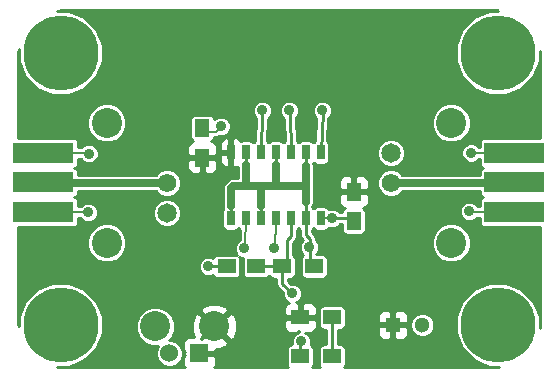
<source format=gbr>
G04 #@! TF.FileFunction,Copper,L1,Top,Signal*
%FSLAX46Y46*%
G04 Gerber Fmt 4.6, Leading zero omitted, Abs format (unit mm)*
G04 Created by KiCad (PCBNEW (after 2015-mar-04 BZR unknown)-product) date 9/5/2017 9:59:39 AM*
%MOMM*%
G01*
G04 APERTURE LIST*
%ADD10C,0.150000*%
%ADD11C,2.540000*%
%ADD12R,0.635000X1.270000*%
%ADD13C,6.350000*%
%ADD14C,1.574800*%
%ADD15C,1.651000*%
%ADD16R,1.524000X1.524000*%
%ADD17C,1.524000*%
%ADD18R,1.300000X1.300000*%
%ADD19C,1.300000*%
%ADD20R,1.500000X1.250000*%
%ADD21R,1.250000X1.500000*%
%ADD22R,1.500000X1.300000*%
%ADD23R,5.080000X1.750000*%
%ADD24C,0.889000*%
%ADD25C,0.254000*%
%ADD26C,0.203200*%
%ADD27C,0.635000*%
G04 APERTURE END LIST*
D10*
D11*
X17018000Y-27178000D03*
X12018000Y-27178000D03*
D12*
X18415000Y-18034000D03*
X19685000Y-18034000D03*
X20955000Y-18034000D03*
X22225000Y-18034000D03*
X23495000Y-18034000D03*
X24765000Y-18034000D03*
X26035000Y-18034000D03*
X26035000Y-12446000D03*
X24765000Y-12446000D03*
X23495000Y-12446000D03*
X22225000Y-12446000D03*
X20955000Y-12446000D03*
X19685000Y-12446000D03*
X18415000Y-12446000D03*
D13*
X4000000Y-27030000D03*
X41000000Y-4030000D03*
X4000000Y-4030000D03*
D14*
X13000000Y-15030000D03*
D15*
X13000000Y-17570000D03*
D11*
X7920000Y-20110000D03*
X7920000Y-9950000D03*
D13*
X41000000Y-27030000D03*
D14*
X32000000Y-15030000D03*
D15*
X32000000Y-12490000D03*
D11*
X37080000Y-9950000D03*
X37080000Y-20110000D03*
D16*
X15748000Y-29464000D03*
D17*
X13208000Y-29464000D03*
D18*
X32131000Y-27051000D03*
D19*
X34631000Y-27051000D03*
D20*
X20554000Y-22098000D03*
X18054000Y-22098000D03*
D21*
X16000000Y-12880000D03*
X16000000Y-10380000D03*
X28829000Y-15768000D03*
X28829000Y-18268000D03*
D22*
X27004000Y-29718000D03*
X24304000Y-29718000D03*
X22780000Y-22098000D03*
X25480000Y-22098000D03*
X24304000Y-26416000D03*
X27004000Y-26416000D03*
D23*
X2540000Y-12486000D03*
X2540000Y-17486000D03*
X2540000Y-14986000D03*
X42418000Y-17486000D03*
X42418000Y-12486000D03*
X42418000Y-14986000D03*
D24*
X24384000Y-28448000D03*
X17600000Y-10230000D03*
X16510000Y-22098000D03*
X27000000Y-18030000D03*
X6400800Y-12547600D03*
X6350000Y-17526000D03*
X38760400Y-12471400D03*
X38608000Y-17424400D03*
X23622000Y-24384000D03*
X25069800Y-20472400D03*
X22098000Y-20574000D03*
X19558000Y-20574000D03*
X26162000Y-8890000D03*
X23368000Y-8890000D03*
X21082000Y-8890000D03*
D25*
X24304000Y-29718000D02*
X24304000Y-28528000D01*
X24304000Y-28528000D02*
X24384000Y-28448000D01*
D26*
X17152500Y-10677500D02*
X17600000Y-10230000D01*
X16000000Y-10677500D02*
X17152500Y-10677500D01*
D25*
X18351500Y-22098000D02*
X16510000Y-22098000D01*
D26*
X26996000Y-18034000D02*
X27000000Y-18030000D01*
X26996000Y-18034000D02*
X26035000Y-18034000D01*
D25*
X27059500Y-17970500D02*
X27000000Y-18030000D01*
X28829000Y-17970500D02*
X27059500Y-17970500D01*
D26*
X6339200Y-12486000D02*
X6400800Y-12547600D01*
X2540000Y-12486000D02*
X6339200Y-12486000D01*
X6310000Y-17486000D02*
X6350000Y-17526000D01*
X2540000Y-17486000D02*
X6310000Y-17486000D01*
X38775000Y-12486000D02*
X38760400Y-12471400D01*
X42418000Y-12486000D02*
X38775000Y-12486000D01*
X38669600Y-17486000D02*
X38608000Y-17424400D01*
X42418000Y-17486000D02*
X38669600Y-17486000D01*
D25*
X22780000Y-23542000D02*
X22780000Y-22098000D01*
X23622000Y-24384000D02*
X22780000Y-23542000D01*
X20256500Y-22098000D02*
X23177500Y-22098000D01*
X23495000Y-19558000D02*
X23177500Y-19875500D01*
X23177500Y-19875500D02*
X23177500Y-22098000D01*
X23495000Y-18034000D02*
X23495000Y-19558000D01*
X27004000Y-26416000D02*
X27004000Y-29718000D01*
X26703020Y-26512520D02*
X26606500Y-26416000D01*
D27*
X32000000Y-15030000D02*
X42000000Y-15030000D01*
X13000000Y-15030000D02*
X3000000Y-15030000D01*
D26*
X24895000Y-21910500D02*
X25082500Y-22098000D01*
X22200000Y-12471000D02*
X22225000Y-12446000D01*
D25*
X18415000Y-18034000D02*
X18415000Y-17526000D01*
X24765000Y-19431000D02*
X25082500Y-19748500D01*
X25082500Y-21310600D02*
X25082500Y-22098000D01*
X25082500Y-19748500D02*
X25082500Y-21310600D01*
X24765000Y-18034000D02*
X24765000Y-19431000D01*
D27*
X20523200Y-15265400D02*
X19685000Y-15265400D01*
X20294600Y-15265400D02*
X20523200Y-15265400D01*
X20955000Y-15265400D02*
X20294600Y-15265400D01*
X21869400Y-15265400D02*
X20955000Y-15265400D01*
X22225000Y-15265400D02*
X21869400Y-15265400D01*
D25*
X18415000Y-18034000D02*
X18415000Y-16967200D01*
X20955000Y-15697200D02*
X20523200Y-15265400D01*
X20955000Y-16941800D02*
X20955000Y-15697200D01*
X20955000Y-17119600D02*
X20955000Y-16941800D01*
X20955000Y-18034000D02*
X20955000Y-17119600D01*
X24765000Y-16662400D02*
X24765000Y-15671800D01*
X24765000Y-15671800D02*
X24358600Y-15265400D01*
D27*
X24358600Y-15265400D02*
X22225000Y-15265400D01*
D25*
X24765000Y-17195800D02*
X24765000Y-16662400D01*
X24765000Y-18034000D02*
X24765000Y-17195800D01*
D27*
X20955000Y-16941800D02*
X20955000Y-15265400D01*
X18415000Y-15494000D02*
X18643600Y-15265400D01*
X18643600Y-15265400D02*
X19685000Y-15265400D01*
X18415000Y-16967200D02*
X18415000Y-15494000D01*
D25*
X19685000Y-12446000D02*
X19685000Y-13538200D01*
X22225000Y-12446000D02*
X22225000Y-13512800D01*
X24765000Y-14859000D02*
X24358600Y-15265400D01*
X24765000Y-13690600D02*
X24765000Y-14859000D01*
X24765000Y-13563600D02*
X24765000Y-13690600D01*
X24765000Y-12446000D02*
X24765000Y-13563600D01*
D27*
X22225000Y-13512800D02*
X22225000Y-15265400D01*
X19685000Y-13538200D02*
X19685000Y-15265400D01*
X24765000Y-13563600D02*
X24765000Y-16662400D01*
D26*
X25069800Y-20472400D02*
X25082500Y-20485100D01*
X25082500Y-20485100D02*
X25082500Y-21310600D01*
X22225000Y-19005000D02*
X22098000Y-20574000D01*
X22225000Y-18034000D02*
X22225000Y-19005000D01*
X19643000Y-20489000D02*
X19558000Y-20574000D01*
X19685000Y-18034000D02*
X19643000Y-20489000D01*
D25*
X26197000Y-8925000D02*
X26162000Y-8890000D01*
X26035000Y-12446000D02*
X26197000Y-8925000D01*
X23463000Y-8985000D02*
X23368000Y-8890000D01*
X23495000Y-12446000D02*
X23463000Y-8985000D01*
X21037000Y-8935000D02*
X21082000Y-8890000D01*
X20955000Y-12446000D02*
X21037000Y-8935000D01*
G36*
X44619800Y-26992551D02*
X44564790Y-27269103D01*
X44555784Y-27277680D01*
X44556616Y-26325771D01*
X44016388Y-25018319D01*
X43016942Y-24017128D01*
X41710435Y-23474619D01*
X40295771Y-23473384D01*
X38988319Y-24013612D01*
X38731286Y-24270197D01*
X38731286Y-19783037D01*
X38480466Y-19176005D01*
X38016437Y-18711166D01*
X37409845Y-18459287D01*
X36753037Y-18458714D01*
X36146005Y-18709534D01*
X35681166Y-19173563D01*
X35429287Y-19780155D01*
X35428714Y-20436963D01*
X35679534Y-21043995D01*
X36143563Y-21508834D01*
X36750155Y-21760713D01*
X37406963Y-21761286D01*
X38013995Y-21510466D01*
X38478834Y-21046437D01*
X38730713Y-20439845D01*
X38731286Y-19783037D01*
X38731286Y-24270197D01*
X37987128Y-25013058D01*
X37444619Y-26319565D01*
X37443384Y-27734229D01*
X37983612Y-29041681D01*
X38983058Y-30042872D01*
X40289565Y-30585381D01*
X41081973Y-30586072D01*
X41028921Y-30636598D01*
X40962551Y-30649800D01*
X35662178Y-30649800D01*
X35662178Y-26846821D01*
X35505549Y-26467749D01*
X35215777Y-26177471D01*
X34836978Y-26020180D01*
X34426821Y-26019822D01*
X34047749Y-26176451D01*
X33757471Y-26466223D01*
X33600180Y-26845022D01*
X33599822Y-27255179D01*
X33756451Y-27634251D01*
X34046223Y-27924529D01*
X34425022Y-28081820D01*
X34835179Y-28082178D01*
X35214251Y-27925549D01*
X35504529Y-27635777D01*
X35661820Y-27256978D01*
X35662178Y-26846821D01*
X35662178Y-30649800D01*
X33416000Y-30649800D01*
X33416000Y-27827310D01*
X33416000Y-27574691D01*
X33416000Y-27336750D01*
X33416000Y-26765250D01*
X33416000Y-26527309D01*
X33416000Y-26274690D01*
X33319327Y-26041301D01*
X33140698Y-25862673D01*
X32907309Y-25766000D01*
X32416750Y-25766000D01*
X32258000Y-25924750D01*
X32258000Y-26924000D01*
X33257250Y-26924000D01*
X33416000Y-26765250D01*
X33416000Y-27336750D01*
X33257250Y-27178000D01*
X32258000Y-27178000D01*
X32258000Y-28177250D01*
X32416750Y-28336000D01*
X32907309Y-28336000D01*
X33140698Y-28239327D01*
X33319327Y-28060699D01*
X33416000Y-27827310D01*
X33416000Y-30649800D01*
X32004000Y-30649800D01*
X32004000Y-28177250D01*
X32004000Y-27178000D01*
X32004000Y-26924000D01*
X32004000Y-25924750D01*
X31845250Y-25766000D01*
X31354691Y-25766000D01*
X31121302Y-25862673D01*
X30942673Y-26041301D01*
X30846000Y-26274690D01*
X30846000Y-26527309D01*
X30846000Y-26765250D01*
X31004750Y-26924000D01*
X32004000Y-26924000D01*
X32004000Y-27178000D01*
X31004750Y-27178000D01*
X30846000Y-27336750D01*
X30846000Y-27574691D01*
X30846000Y-27827310D01*
X30942673Y-28060699D01*
X31121302Y-28239327D01*
X31354691Y-28336000D01*
X31845250Y-28336000D01*
X32004000Y-28177250D01*
X32004000Y-30649800D01*
X30089000Y-30649800D01*
X30089000Y-16644309D01*
X30089000Y-16053750D01*
X30089000Y-15482250D01*
X30089000Y-14891691D01*
X29992327Y-14658302D01*
X29813699Y-14479673D01*
X29580310Y-14383000D01*
X29327691Y-14383000D01*
X29114750Y-14383000D01*
X28956000Y-14541750D01*
X28956000Y-15641000D01*
X29930250Y-15641000D01*
X30089000Y-15482250D01*
X30089000Y-16053750D01*
X29930250Y-15895000D01*
X28956000Y-15895000D01*
X28956000Y-15915000D01*
X28702000Y-15915000D01*
X28702000Y-15895000D01*
X28702000Y-15641000D01*
X28702000Y-14541750D01*
X28543250Y-14383000D01*
X28330309Y-14383000D01*
X28077690Y-14383000D01*
X27844301Y-14479673D01*
X27665673Y-14658302D01*
X27569000Y-14891691D01*
X27569000Y-15482250D01*
X27727750Y-15641000D01*
X28702000Y-15641000D01*
X28702000Y-15895000D01*
X27727750Y-15895000D01*
X27569000Y-16053750D01*
X27569000Y-16644309D01*
X27665673Y-16877698D01*
X27844301Y-17056327D01*
X28077690Y-17153000D01*
X28083063Y-17153000D01*
X28058726Y-17157722D01*
X27931044Y-17241596D01*
X27845574Y-17368216D01*
X27826666Y-17462500D01*
X27599906Y-17462500D01*
X27468219Y-17330583D01*
X27164923Y-17204643D01*
X26836518Y-17204357D01*
X26713093Y-17255354D01*
X26712778Y-17253726D01*
X26628904Y-17126044D01*
X26502284Y-17040574D01*
X26352500Y-17010536D01*
X25717500Y-17010536D01*
X25572226Y-17038722D01*
X25444544Y-17122596D01*
X25399993Y-17188595D01*
X25358904Y-17126044D01*
X25303933Y-17088938D01*
X25410330Y-16929704D01*
X25463500Y-16662400D01*
X25463500Y-13563600D01*
X25413418Y-13311822D01*
X25441096Y-13353956D01*
X25567716Y-13439426D01*
X25717500Y-13469464D01*
X26352500Y-13469464D01*
X26497774Y-13441278D01*
X26625456Y-13357404D01*
X26710926Y-13230784D01*
X26740964Y-13081000D01*
X26740964Y-11811000D01*
X26712778Y-11665726D01*
X26628904Y-11538044D01*
X26586625Y-11509505D01*
X26677141Y-9542173D01*
X26861417Y-9358219D01*
X26987357Y-9054923D01*
X26987643Y-8726518D01*
X26862233Y-8423002D01*
X26630219Y-8190583D01*
X26326923Y-8064643D01*
X25998518Y-8064357D01*
X25695002Y-8189767D01*
X25462583Y-8421781D01*
X25336643Y-8725077D01*
X25336357Y-9053482D01*
X25461767Y-9356998D01*
X25659474Y-9555050D01*
X25572255Y-11450716D01*
X25572226Y-11450722D01*
X25444544Y-11534596D01*
X25399993Y-11600595D01*
X25358904Y-11538044D01*
X25232284Y-11452574D01*
X25082500Y-11422536D01*
X24447500Y-11422536D01*
X24302226Y-11450722D01*
X24174544Y-11534596D01*
X24129993Y-11600595D01*
X24088904Y-11538044D01*
X23994034Y-11474005D01*
X23975322Y-9450153D01*
X24067417Y-9358219D01*
X24193357Y-9054923D01*
X24193643Y-8726518D01*
X24068233Y-8423002D01*
X23836219Y-8190583D01*
X23532923Y-8064643D01*
X23204518Y-8064357D01*
X22901002Y-8189767D01*
X22668583Y-8421781D01*
X22542643Y-8725077D01*
X22542357Y-9053482D01*
X22667767Y-9356998D01*
X22899781Y-9589417D01*
X22960801Y-9614754D01*
X22978105Y-11486273D01*
X22904544Y-11534596D01*
X22859993Y-11600595D01*
X22818904Y-11538044D01*
X22692284Y-11452574D01*
X22542500Y-11422536D01*
X21907500Y-11422536D01*
X21762226Y-11450722D01*
X21634544Y-11534596D01*
X21589993Y-11600595D01*
X21548904Y-11538044D01*
X21485346Y-11495141D01*
X21529648Y-9598228D01*
X21548998Y-9590233D01*
X21781417Y-9358219D01*
X21907357Y-9054923D01*
X21907643Y-8726518D01*
X21782233Y-8423002D01*
X21550219Y-8190583D01*
X21246923Y-8064643D01*
X20918518Y-8064357D01*
X20615002Y-8189767D01*
X20382583Y-8421781D01*
X20256643Y-8725077D01*
X20256357Y-9053482D01*
X20381767Y-9356998D01*
X20515867Y-9491332D01*
X20469761Y-11465479D01*
X20364544Y-11534596D01*
X20319993Y-11600595D01*
X20278904Y-11538044D01*
X20152284Y-11452574D01*
X20002500Y-11422536D01*
X19367500Y-11422536D01*
X19262444Y-11442918D01*
X19092198Y-11272673D01*
X18858809Y-11176000D01*
X18700750Y-11176000D01*
X18542000Y-11334750D01*
X18542000Y-12319000D01*
X18562000Y-12319000D01*
X18562000Y-12573000D01*
X18542000Y-12573000D01*
X18542000Y-13557250D01*
X18700750Y-13716000D01*
X18858809Y-13716000D01*
X18986500Y-13663108D01*
X18986500Y-14566900D01*
X18643600Y-14566900D01*
X18425643Y-14610254D01*
X18425643Y-10066518D01*
X18300233Y-9763002D01*
X18068219Y-9530583D01*
X17764923Y-9404643D01*
X17436518Y-9404357D01*
X17133002Y-9529767D01*
X17013464Y-9649096D01*
X17013464Y-9630000D01*
X16985278Y-9484726D01*
X16901404Y-9357044D01*
X16774784Y-9271574D01*
X16625000Y-9241536D01*
X15375000Y-9241536D01*
X15229726Y-9269722D01*
X15102044Y-9353596D01*
X15016574Y-9480216D01*
X14986536Y-9630000D01*
X14986536Y-11130000D01*
X15014722Y-11275274D01*
X15098596Y-11402956D01*
X15225216Y-11488426D01*
X15257997Y-11495000D01*
X15248690Y-11495000D01*
X15015301Y-11591673D01*
X14836673Y-11770302D01*
X14740000Y-12003691D01*
X14740000Y-12594250D01*
X14898750Y-12753000D01*
X15873000Y-12753000D01*
X15873000Y-12733000D01*
X16127000Y-12733000D01*
X16127000Y-12753000D01*
X17101250Y-12753000D01*
X17260000Y-12594250D01*
X17260000Y-12003691D01*
X17163327Y-11770302D01*
X16984699Y-11591673D01*
X16751310Y-11495000D01*
X16745936Y-11495000D01*
X16770274Y-11490278D01*
X16897956Y-11406404D01*
X16983426Y-11279784D01*
X17007427Y-11160100D01*
X17152500Y-11160100D01*
X17337183Y-11123364D01*
X17438958Y-11055360D01*
X17763482Y-11055643D01*
X18066998Y-10930233D01*
X18299417Y-10698219D01*
X18425357Y-10394923D01*
X18425643Y-10066518D01*
X18425643Y-14610254D01*
X18376295Y-14620070D01*
X18288000Y-14679067D01*
X18288000Y-13557250D01*
X18288000Y-12573000D01*
X18288000Y-12319000D01*
X18288000Y-11334750D01*
X18129250Y-11176000D01*
X17971191Y-11176000D01*
X17737802Y-11272673D01*
X17559173Y-11451301D01*
X17462500Y-11684690D01*
X17462500Y-11937309D01*
X17462500Y-12160250D01*
X17621250Y-12319000D01*
X18288000Y-12319000D01*
X18288000Y-12573000D01*
X17621250Y-12573000D01*
X17462500Y-12731750D01*
X17462500Y-12954691D01*
X17462500Y-13207310D01*
X17559173Y-13440699D01*
X17737802Y-13619327D01*
X17971191Y-13716000D01*
X18129250Y-13716000D01*
X18288000Y-13557250D01*
X18288000Y-14679067D01*
X18149686Y-14771486D01*
X17921086Y-15000086D01*
X17769670Y-15226695D01*
X17716500Y-15494000D01*
X17716500Y-16967200D01*
X17764966Y-17210857D01*
X17739074Y-17249216D01*
X17709036Y-17399000D01*
X17709036Y-18669000D01*
X17737222Y-18814274D01*
X17821096Y-18941956D01*
X17947716Y-19027426D01*
X18097500Y-19057464D01*
X18732500Y-19057464D01*
X18877774Y-19029278D01*
X19005456Y-18945404D01*
X19050006Y-18879404D01*
X19091096Y-18941956D01*
X19185703Y-19005817D01*
X19171423Y-19840537D01*
X19091002Y-19873767D01*
X18858583Y-20105781D01*
X18732643Y-20409077D01*
X18732357Y-20737482D01*
X18857767Y-21040998D01*
X18925565Y-21108915D01*
X18804000Y-21084536D01*
X17304000Y-21084536D01*
X17260000Y-21093072D01*
X17260000Y-13756309D01*
X17260000Y-13165750D01*
X17101250Y-13007000D01*
X16127000Y-13007000D01*
X16127000Y-14106250D01*
X16285750Y-14265000D01*
X16498691Y-14265000D01*
X16751310Y-14265000D01*
X16984699Y-14168327D01*
X17163327Y-13989698D01*
X17260000Y-13756309D01*
X17260000Y-21093072D01*
X17158726Y-21112722D01*
X17031044Y-21196596D01*
X16945574Y-21323216D01*
X16934131Y-21380276D01*
X16674923Y-21272643D01*
X16346518Y-21272357D01*
X16043002Y-21397767D01*
X15873000Y-21567472D01*
X15873000Y-14106250D01*
X15873000Y-13007000D01*
X14898750Y-13007000D01*
X14740000Y-13165750D01*
X14740000Y-13756309D01*
X14836673Y-13989698D01*
X15015301Y-14168327D01*
X15248690Y-14265000D01*
X15501309Y-14265000D01*
X15714250Y-14265000D01*
X15873000Y-14106250D01*
X15873000Y-21567472D01*
X15810583Y-21629781D01*
X15684643Y-21933077D01*
X15684357Y-22261482D01*
X15809767Y-22564998D01*
X16041781Y-22797417D01*
X16345077Y-22923357D01*
X16673482Y-22923643D01*
X16933610Y-22816160D01*
X16943722Y-22868274D01*
X17027596Y-22995956D01*
X17154216Y-23081426D01*
X17304000Y-23111464D01*
X18804000Y-23111464D01*
X18949274Y-23083278D01*
X19076956Y-22999404D01*
X19162426Y-22872784D01*
X19192464Y-22723000D01*
X19192464Y-21473000D01*
X19164278Y-21327726D01*
X19143163Y-21295583D01*
X19393077Y-21399357D01*
X19430298Y-21399389D01*
X19415536Y-21473000D01*
X19415536Y-22723000D01*
X19443722Y-22868274D01*
X19527596Y-22995956D01*
X19654216Y-23081426D01*
X19804000Y-23111464D01*
X21304000Y-23111464D01*
X21449274Y-23083278D01*
X21576956Y-22999404D01*
X21662426Y-22872784D01*
X21664113Y-22864368D01*
X21669722Y-22893274D01*
X21753596Y-23020956D01*
X21880216Y-23106426D01*
X22030000Y-23136464D01*
X22272000Y-23136464D01*
X22272000Y-23542000D01*
X22310669Y-23736403D01*
X22420790Y-23901210D01*
X22796592Y-24277012D01*
X22796357Y-24547482D01*
X22921767Y-24850998D01*
X23153781Y-25083417D01*
X23347933Y-25164036D01*
X23194302Y-25227673D01*
X23015673Y-25406301D01*
X22919000Y-25639690D01*
X22919000Y-25892309D01*
X22919000Y-26130250D01*
X23077750Y-26289000D01*
X24177000Y-26289000D01*
X24177000Y-25289750D01*
X24018250Y-25131000D01*
X23975812Y-25131000D01*
X24088998Y-25084233D01*
X24321417Y-24852219D01*
X24447357Y-24548923D01*
X24447643Y-24220518D01*
X24322233Y-23917002D01*
X24090219Y-23684583D01*
X23786923Y-23558643D01*
X23514826Y-23558406D01*
X23288000Y-23331580D01*
X23288000Y-23136464D01*
X23530000Y-23136464D01*
X23675274Y-23108278D01*
X23802956Y-23024404D01*
X23888426Y-22897784D01*
X23918464Y-22748000D01*
X23918464Y-21448000D01*
X23890278Y-21302726D01*
X23806404Y-21175044D01*
X23685500Y-21093432D01*
X23685500Y-20085920D01*
X23854210Y-19917210D01*
X23964331Y-19752403D01*
X24003000Y-19558000D01*
X24003000Y-18999569D01*
X24085456Y-18945404D01*
X24130006Y-18879404D01*
X24171096Y-18941956D01*
X24257000Y-18999942D01*
X24257000Y-19431000D01*
X24295669Y-19625403D01*
X24405790Y-19790210D01*
X24495180Y-19879600D01*
X24370383Y-20004181D01*
X24244443Y-20307477D01*
X24244157Y-20635882D01*
X24369567Y-20939398D01*
X24544204Y-21114340D01*
X24457044Y-21171596D01*
X24371574Y-21298216D01*
X24341536Y-21448000D01*
X24341536Y-22748000D01*
X24369722Y-22893274D01*
X24453596Y-23020956D01*
X24580216Y-23106426D01*
X24730000Y-23136464D01*
X26230000Y-23136464D01*
X26375274Y-23108278D01*
X26502956Y-23024404D01*
X26588426Y-22897784D01*
X26618464Y-22748000D01*
X26618464Y-21448000D01*
X26590278Y-21302726D01*
X26506404Y-21175044D01*
X26379784Y-21089574D01*
X26230000Y-21059536D01*
X25650092Y-21059536D01*
X25769217Y-20940619D01*
X25895157Y-20637323D01*
X25895443Y-20308918D01*
X25770033Y-20005402D01*
X25590500Y-19825555D01*
X25590500Y-19748500D01*
X25551831Y-19554097D01*
X25441710Y-19389290D01*
X25273000Y-19220580D01*
X25273000Y-18999569D01*
X25355456Y-18945404D01*
X25400006Y-18879404D01*
X25441096Y-18941956D01*
X25567716Y-19027426D01*
X25717500Y-19057464D01*
X26352500Y-19057464D01*
X26497774Y-19029278D01*
X26625456Y-18945404D01*
X26710926Y-18818784D01*
X26713699Y-18804956D01*
X26835077Y-18855357D01*
X27163482Y-18855643D01*
X27466998Y-18730233D01*
X27699417Y-18498219D01*
X27707605Y-18478500D01*
X27815536Y-18478500D01*
X27815536Y-19018000D01*
X27843722Y-19163274D01*
X27927596Y-19290956D01*
X28054216Y-19376426D01*
X28204000Y-19406464D01*
X29454000Y-19406464D01*
X29599274Y-19378278D01*
X29726956Y-19294404D01*
X29812426Y-19167784D01*
X29842464Y-19018000D01*
X29842464Y-17518000D01*
X29814278Y-17372726D01*
X29730404Y-17245044D01*
X29603784Y-17159574D01*
X29571002Y-17153000D01*
X29580310Y-17153000D01*
X29813699Y-17056327D01*
X29992327Y-16877698D01*
X30089000Y-16644309D01*
X30089000Y-30649800D01*
X28018741Y-30649800D01*
X28026956Y-30644404D01*
X28112426Y-30517784D01*
X28142464Y-30368000D01*
X28142464Y-29068000D01*
X28114278Y-28922726D01*
X28030404Y-28795044D01*
X27903784Y-28709574D01*
X27754000Y-28679536D01*
X27512000Y-28679536D01*
X27512000Y-27454464D01*
X27754000Y-27454464D01*
X27899274Y-27426278D01*
X28026956Y-27342404D01*
X28112426Y-27215784D01*
X28142464Y-27066000D01*
X28142464Y-25766000D01*
X28114278Y-25620726D01*
X28030404Y-25493044D01*
X27903784Y-25407574D01*
X27754000Y-25377536D01*
X26254000Y-25377536D01*
X26108726Y-25405722D01*
X25981044Y-25489596D01*
X25895574Y-25616216D01*
X25865536Y-25766000D01*
X25865536Y-27066000D01*
X25893722Y-27211274D01*
X25977596Y-27338956D01*
X26104216Y-27424426D01*
X26254000Y-27454464D01*
X26496000Y-27454464D01*
X26496000Y-28679536D01*
X26254000Y-28679536D01*
X26108726Y-28707722D01*
X25981044Y-28791596D01*
X25895574Y-28918216D01*
X25865536Y-29068000D01*
X25865536Y-30368000D01*
X25893722Y-30513274D01*
X25977596Y-30640956D01*
X25990697Y-30649800D01*
X25318741Y-30649800D01*
X25326956Y-30644404D01*
X25412426Y-30517784D01*
X25442464Y-30368000D01*
X25442464Y-29068000D01*
X25414278Y-28922726D01*
X25330404Y-28795044D01*
X25203784Y-28709574D01*
X25171880Y-28703176D01*
X25209357Y-28612923D01*
X25209643Y-28284518D01*
X25084233Y-27981002D01*
X24852219Y-27748583D01*
X24737626Y-27701000D01*
X25180309Y-27701000D01*
X25413698Y-27604327D01*
X25592327Y-27425699D01*
X25689000Y-27192310D01*
X25689000Y-26939691D01*
X25689000Y-26701750D01*
X25689000Y-26130250D01*
X25689000Y-25892309D01*
X25689000Y-25639690D01*
X25592327Y-25406301D01*
X25413698Y-25227673D01*
X25180309Y-25131000D01*
X24589750Y-25131000D01*
X24431000Y-25289750D01*
X24431000Y-26289000D01*
X25530250Y-26289000D01*
X25689000Y-26130250D01*
X25689000Y-26701750D01*
X25530250Y-26543000D01*
X24431000Y-26543000D01*
X24431000Y-26563000D01*
X24177000Y-26563000D01*
X24177000Y-26543000D01*
X23077750Y-26543000D01*
X22919000Y-26701750D01*
X22919000Y-26939691D01*
X22919000Y-27192310D01*
X23015673Y-27425699D01*
X23194302Y-27604327D01*
X23427691Y-27701000D01*
X24018250Y-27701000D01*
X24176998Y-27542252D01*
X24176998Y-27640338D01*
X23917002Y-27747767D01*
X23684583Y-27979781D01*
X23558643Y-28283077D01*
X23558357Y-28611482D01*
X23586476Y-28679536D01*
X23554000Y-28679536D01*
X23408726Y-28707722D01*
X23281044Y-28791596D01*
X23195574Y-28918216D01*
X23165536Y-29068000D01*
X23165536Y-30368000D01*
X23193722Y-30513274D01*
X23277596Y-30640956D01*
X23290697Y-30649800D01*
X18932261Y-30649800D01*
X18932261Y-27506964D01*
X18912436Y-26749368D01*
X18660657Y-26141520D01*
X18365777Y-26009828D01*
X18186172Y-26189433D01*
X18186172Y-25830223D01*
X18054480Y-25535343D01*
X17346964Y-25263739D01*
X16589368Y-25283564D01*
X15981520Y-25535343D01*
X15849828Y-25830223D01*
X17018000Y-26998395D01*
X18186172Y-25830223D01*
X18186172Y-26189433D01*
X17197605Y-27178000D01*
X18365777Y-28346172D01*
X18660657Y-28214480D01*
X18932261Y-27506964D01*
X18932261Y-30649800D01*
X18186172Y-30649800D01*
X16984225Y-30649800D01*
X17048327Y-30585699D01*
X17145000Y-30352310D01*
X17145000Y-30099691D01*
X17145000Y-29749750D01*
X16986250Y-29591000D01*
X15875000Y-29591000D01*
X15875000Y-29611000D01*
X15621000Y-29611000D01*
X15621000Y-29591000D01*
X15601000Y-29591000D01*
X15601000Y-29337000D01*
X15621000Y-29337000D01*
X15621000Y-29317000D01*
X15875000Y-29317000D01*
X15875000Y-29337000D01*
X16986250Y-29337000D01*
X17145000Y-29178250D01*
X17145000Y-29080329D01*
X17446632Y-29072436D01*
X18054480Y-28820657D01*
X18186172Y-28525777D01*
X17018000Y-27357605D01*
X16838395Y-27537210D01*
X16308605Y-28067000D01*
X16033750Y-28067000D01*
X15875002Y-28225748D01*
X15875002Y-28141393D01*
X16838395Y-27178000D01*
X15670223Y-26009828D01*
X15375343Y-26141520D01*
X15103739Y-26849036D01*
X15123564Y-27606632D01*
X15314254Y-28067000D01*
X14859691Y-28067000D01*
X14626302Y-28163673D01*
X14447673Y-28342301D01*
X14351000Y-28575690D01*
X14351000Y-28828309D01*
X14351000Y-29178250D01*
X14509748Y-29336998D01*
X14351198Y-29336998D01*
X14351111Y-29336998D01*
X14351198Y-29237641D01*
X14206709Y-28887948D01*
X14206709Y-17331065D01*
X14023418Y-16887465D01*
X13684320Y-16547775D01*
X13241041Y-16363710D01*
X12761065Y-16363291D01*
X12317465Y-16546582D01*
X11977775Y-16885680D01*
X11793710Y-17328959D01*
X11793291Y-17808935D01*
X11976582Y-18252535D01*
X12315680Y-18592225D01*
X12758959Y-18776290D01*
X13238935Y-18776709D01*
X13682535Y-18593418D01*
X14022225Y-18254320D01*
X14206290Y-17811041D01*
X14206709Y-17331065D01*
X14206709Y-28887948D01*
X14177554Y-28817388D01*
X13856303Y-28495577D01*
X13436354Y-28321199D01*
X13209909Y-28321001D01*
X13416834Y-28114437D01*
X13668713Y-27507845D01*
X13669286Y-26851037D01*
X13418466Y-26244005D01*
X12954437Y-25779166D01*
X12347845Y-25527287D01*
X11691037Y-25526714D01*
X11084005Y-25777534D01*
X10619166Y-26241563D01*
X10367287Y-26848155D01*
X10366714Y-27504963D01*
X10617534Y-28111995D01*
X11081563Y-28576834D01*
X11688155Y-28828713D01*
X12233974Y-28829189D01*
X12065199Y-29235646D01*
X12064802Y-29690359D01*
X12238446Y-30110612D01*
X12559697Y-30432423D01*
X12979646Y-30606801D01*
X13434359Y-30607198D01*
X13854612Y-30433554D01*
X14176423Y-30112303D01*
X14350801Y-29692354D01*
X14351000Y-29464424D01*
X14351000Y-29591002D01*
X14351198Y-29591002D01*
X14509748Y-29591002D01*
X14351198Y-29749552D01*
X14351000Y-29749750D01*
X14351000Y-30099691D01*
X14351000Y-30352310D01*
X14447673Y-30585699D01*
X14511774Y-30649800D01*
X9571286Y-30649800D01*
X9571286Y-19783037D01*
X9320466Y-19176005D01*
X8856437Y-18711166D01*
X8249845Y-18459287D01*
X7593037Y-18458714D01*
X6986005Y-18709534D01*
X6521166Y-19173563D01*
X6269287Y-19780155D01*
X6268714Y-20436963D01*
X6519534Y-21043995D01*
X6983563Y-21508834D01*
X7590155Y-21760713D01*
X8246963Y-21761286D01*
X8853995Y-21510466D01*
X9318834Y-21046437D01*
X9570713Y-20439845D01*
X9571286Y-19783037D01*
X9571286Y-30649800D01*
X4037448Y-30649800D01*
X3715461Y-30585752D01*
X4704229Y-30586616D01*
X6011681Y-30046388D01*
X7012872Y-29046942D01*
X7555381Y-27740435D01*
X7556616Y-26325771D01*
X7016388Y-25018319D01*
X6016942Y-24017128D01*
X4710435Y-23474619D01*
X3295771Y-23473384D01*
X1988319Y-24013612D01*
X987128Y-25013058D01*
X444619Y-26319565D01*
X443910Y-27131343D01*
X397633Y-27080195D01*
X380200Y-26992551D01*
X380200Y-18749464D01*
X5080000Y-18749464D01*
X5225274Y-18721278D01*
X5352956Y-18637404D01*
X5438426Y-18510784D01*
X5468464Y-18361000D01*
X5468464Y-17968600D01*
X5639685Y-17968600D01*
X5649767Y-17992998D01*
X5881781Y-18225417D01*
X6185077Y-18351357D01*
X6513482Y-18351643D01*
X6816998Y-18226233D01*
X7049417Y-17994219D01*
X7175357Y-17690923D01*
X7175643Y-17362518D01*
X7050233Y-17059002D01*
X6818219Y-16826583D01*
X6514923Y-16700643D01*
X6186518Y-16700357D01*
X5883002Y-16825767D01*
X5705058Y-17003400D01*
X5468464Y-17003400D01*
X5468464Y-16611000D01*
X5440278Y-16465726D01*
X5356404Y-16338044D01*
X5229784Y-16252574D01*
X5148247Y-16236222D01*
X5225274Y-16221278D01*
X5352956Y-16137404D01*
X5438426Y-16010784D01*
X5468464Y-15861000D01*
X5468464Y-15728500D01*
X12046354Y-15728500D01*
X12337291Y-16019943D01*
X12766571Y-16198196D01*
X13231389Y-16198602D01*
X13660981Y-16021099D01*
X13989943Y-15692709D01*
X14168196Y-15263429D01*
X14168602Y-14798611D01*
X13991099Y-14369019D01*
X13662709Y-14040057D01*
X13233429Y-13861804D01*
X12768611Y-13861398D01*
X12339019Y-14038901D01*
X12045910Y-14331500D01*
X9571286Y-14331500D01*
X9571286Y-9623037D01*
X9320466Y-9016005D01*
X8856437Y-8551166D01*
X8249845Y-8299287D01*
X7593037Y-8298714D01*
X6986005Y-8549534D01*
X6521166Y-9013563D01*
X6269287Y-9620155D01*
X6268714Y-10276963D01*
X6519534Y-10883995D01*
X6983563Y-11348834D01*
X7590155Y-11600713D01*
X8246963Y-11601286D01*
X8853995Y-11350466D01*
X9318834Y-10886437D01*
X9570713Y-10279845D01*
X9571286Y-9623037D01*
X9571286Y-14331500D01*
X5468464Y-14331500D01*
X5468464Y-14111000D01*
X5440278Y-13965726D01*
X5356404Y-13838044D01*
X5229784Y-13752574D01*
X5148247Y-13736222D01*
X5225274Y-13721278D01*
X5352956Y-13637404D01*
X5438426Y-13510784D01*
X5468464Y-13361000D01*
X5468464Y-12968600D01*
X5681561Y-12968600D01*
X5700567Y-13014598D01*
X5932581Y-13247017D01*
X6235877Y-13372957D01*
X6564282Y-13373243D01*
X6867798Y-13247833D01*
X7100217Y-13015819D01*
X7226157Y-12712523D01*
X7226443Y-12384118D01*
X7101033Y-12080602D01*
X6869019Y-11848183D01*
X6565723Y-11722243D01*
X6237318Y-11721957D01*
X5933802Y-11847367D01*
X5777496Y-12003400D01*
X5468464Y-12003400D01*
X5468464Y-11611000D01*
X5440278Y-11465726D01*
X5356404Y-11338044D01*
X5229784Y-11252574D01*
X5080000Y-11222536D01*
X380200Y-11222536D01*
X380200Y-4037448D01*
X444273Y-3715329D01*
X443384Y-4734229D01*
X983612Y-6041681D01*
X1983058Y-7042872D01*
X3289565Y-7585381D01*
X4704229Y-7586616D01*
X6011681Y-7046388D01*
X7012872Y-6046942D01*
X7555381Y-4740435D01*
X7556616Y-3325771D01*
X7016388Y-2018319D01*
X6016942Y-1017128D01*
X4710435Y-474619D01*
X3715328Y-473750D01*
X3754836Y-436414D01*
X4037448Y-380200D01*
X40962551Y-380200D01*
X40982711Y-384209D01*
X41075327Y-474064D01*
X40295771Y-473384D01*
X38988319Y-1013612D01*
X37987128Y-2013058D01*
X37444619Y-3319565D01*
X37443384Y-4734229D01*
X37983612Y-6041681D01*
X38983058Y-7042872D01*
X40289565Y-7585381D01*
X41704229Y-7586616D01*
X43011681Y-7046388D01*
X44012872Y-6046942D01*
X44555381Y-4740435D01*
X44556157Y-3851088D01*
X44589085Y-3883034D01*
X44619800Y-4037448D01*
X44619800Y-11222536D01*
X39878000Y-11222536D01*
X39732726Y-11250722D01*
X39605044Y-11334596D01*
X39519574Y-11461216D01*
X39489536Y-11611000D01*
X39489536Y-12003400D01*
X39459632Y-12003400D01*
X39228619Y-11771983D01*
X38925323Y-11646043D01*
X38731286Y-11645874D01*
X38731286Y-9623037D01*
X38480466Y-9016005D01*
X38016437Y-8551166D01*
X37409845Y-8299287D01*
X36753037Y-8298714D01*
X36146005Y-8549534D01*
X35681166Y-9013563D01*
X35429287Y-9620155D01*
X35428714Y-10276963D01*
X35679534Y-10883995D01*
X36143563Y-11348834D01*
X36750155Y-11600713D01*
X37406963Y-11601286D01*
X38013995Y-11350466D01*
X38478834Y-10886437D01*
X38730713Y-10279845D01*
X38731286Y-9623037D01*
X38731286Y-11645874D01*
X38596918Y-11645757D01*
X38293402Y-11771167D01*
X38060983Y-12003181D01*
X37935043Y-12306477D01*
X37934757Y-12634882D01*
X38060167Y-12938398D01*
X38292181Y-13170817D01*
X38595477Y-13296757D01*
X38923882Y-13297043D01*
X39227398Y-13171633D01*
X39430785Y-12968600D01*
X39489536Y-12968600D01*
X39489536Y-13361000D01*
X39517722Y-13506274D01*
X39601596Y-13633956D01*
X39728216Y-13719426D01*
X39809752Y-13735777D01*
X39732726Y-13750722D01*
X39605044Y-13834596D01*
X39519574Y-13961216D01*
X39489536Y-14111000D01*
X39489536Y-14331500D01*
X33206709Y-14331500D01*
X33206709Y-12251065D01*
X33023418Y-11807465D01*
X32684320Y-11467775D01*
X32241041Y-11283710D01*
X31761065Y-11283291D01*
X31317465Y-11466582D01*
X30977775Y-11805680D01*
X30793710Y-12248959D01*
X30793291Y-12728935D01*
X30976582Y-13172535D01*
X31315680Y-13512225D01*
X31758959Y-13696290D01*
X32238935Y-13696709D01*
X32682535Y-13513418D01*
X33022225Y-13174320D01*
X33206290Y-12731041D01*
X33206709Y-12251065D01*
X33206709Y-14331500D01*
X32953645Y-14331500D01*
X32662709Y-14040057D01*
X32233429Y-13861804D01*
X31768611Y-13861398D01*
X31339019Y-14038901D01*
X31010057Y-14367291D01*
X30831804Y-14796571D01*
X30831398Y-15261389D01*
X31008901Y-15690981D01*
X31337291Y-16019943D01*
X31766571Y-16198196D01*
X32231389Y-16198602D01*
X32660981Y-16021099D01*
X32954089Y-15728500D01*
X39489536Y-15728500D01*
X39489536Y-15861000D01*
X39517722Y-16006274D01*
X39601596Y-16133956D01*
X39728216Y-16219426D01*
X39809752Y-16235777D01*
X39732726Y-16250722D01*
X39605044Y-16334596D01*
X39519574Y-16461216D01*
X39489536Y-16611000D01*
X39489536Y-17003400D01*
X39327238Y-17003400D01*
X39308233Y-16957402D01*
X39076219Y-16724983D01*
X38772923Y-16599043D01*
X38444518Y-16598757D01*
X38141002Y-16724167D01*
X37908583Y-16956181D01*
X37782643Y-17259477D01*
X37782357Y-17587882D01*
X37907767Y-17891398D01*
X38139781Y-18123817D01*
X38443077Y-18249757D01*
X38771482Y-18250043D01*
X39074998Y-18124633D01*
X39231303Y-17968600D01*
X39489536Y-17968600D01*
X39489536Y-18361000D01*
X39517722Y-18506274D01*
X39601596Y-18633956D01*
X39728216Y-18719426D01*
X39878000Y-18749464D01*
X44619800Y-18749464D01*
X44619800Y-26992551D01*
X44619800Y-26992551D01*
G37*
X44619800Y-26992551D02*
X44564790Y-27269103D01*
X44555784Y-27277680D01*
X44556616Y-26325771D01*
X44016388Y-25018319D01*
X43016942Y-24017128D01*
X41710435Y-23474619D01*
X40295771Y-23473384D01*
X38988319Y-24013612D01*
X38731286Y-24270197D01*
X38731286Y-19783037D01*
X38480466Y-19176005D01*
X38016437Y-18711166D01*
X37409845Y-18459287D01*
X36753037Y-18458714D01*
X36146005Y-18709534D01*
X35681166Y-19173563D01*
X35429287Y-19780155D01*
X35428714Y-20436963D01*
X35679534Y-21043995D01*
X36143563Y-21508834D01*
X36750155Y-21760713D01*
X37406963Y-21761286D01*
X38013995Y-21510466D01*
X38478834Y-21046437D01*
X38730713Y-20439845D01*
X38731286Y-19783037D01*
X38731286Y-24270197D01*
X37987128Y-25013058D01*
X37444619Y-26319565D01*
X37443384Y-27734229D01*
X37983612Y-29041681D01*
X38983058Y-30042872D01*
X40289565Y-30585381D01*
X41081973Y-30586072D01*
X41028921Y-30636598D01*
X40962551Y-30649800D01*
X35662178Y-30649800D01*
X35662178Y-26846821D01*
X35505549Y-26467749D01*
X35215777Y-26177471D01*
X34836978Y-26020180D01*
X34426821Y-26019822D01*
X34047749Y-26176451D01*
X33757471Y-26466223D01*
X33600180Y-26845022D01*
X33599822Y-27255179D01*
X33756451Y-27634251D01*
X34046223Y-27924529D01*
X34425022Y-28081820D01*
X34835179Y-28082178D01*
X35214251Y-27925549D01*
X35504529Y-27635777D01*
X35661820Y-27256978D01*
X35662178Y-26846821D01*
X35662178Y-30649800D01*
X33416000Y-30649800D01*
X33416000Y-27827310D01*
X33416000Y-27574691D01*
X33416000Y-27336750D01*
X33416000Y-26765250D01*
X33416000Y-26527309D01*
X33416000Y-26274690D01*
X33319327Y-26041301D01*
X33140698Y-25862673D01*
X32907309Y-25766000D01*
X32416750Y-25766000D01*
X32258000Y-25924750D01*
X32258000Y-26924000D01*
X33257250Y-26924000D01*
X33416000Y-26765250D01*
X33416000Y-27336750D01*
X33257250Y-27178000D01*
X32258000Y-27178000D01*
X32258000Y-28177250D01*
X32416750Y-28336000D01*
X32907309Y-28336000D01*
X33140698Y-28239327D01*
X33319327Y-28060699D01*
X33416000Y-27827310D01*
X33416000Y-30649800D01*
X32004000Y-30649800D01*
X32004000Y-28177250D01*
X32004000Y-27178000D01*
X32004000Y-26924000D01*
X32004000Y-25924750D01*
X31845250Y-25766000D01*
X31354691Y-25766000D01*
X31121302Y-25862673D01*
X30942673Y-26041301D01*
X30846000Y-26274690D01*
X30846000Y-26527309D01*
X30846000Y-26765250D01*
X31004750Y-26924000D01*
X32004000Y-26924000D01*
X32004000Y-27178000D01*
X31004750Y-27178000D01*
X30846000Y-27336750D01*
X30846000Y-27574691D01*
X30846000Y-27827310D01*
X30942673Y-28060699D01*
X31121302Y-28239327D01*
X31354691Y-28336000D01*
X31845250Y-28336000D01*
X32004000Y-28177250D01*
X32004000Y-30649800D01*
X30089000Y-30649800D01*
X30089000Y-16644309D01*
X30089000Y-16053750D01*
X30089000Y-15482250D01*
X30089000Y-14891691D01*
X29992327Y-14658302D01*
X29813699Y-14479673D01*
X29580310Y-14383000D01*
X29327691Y-14383000D01*
X29114750Y-14383000D01*
X28956000Y-14541750D01*
X28956000Y-15641000D01*
X29930250Y-15641000D01*
X30089000Y-15482250D01*
X30089000Y-16053750D01*
X29930250Y-15895000D01*
X28956000Y-15895000D01*
X28956000Y-15915000D01*
X28702000Y-15915000D01*
X28702000Y-15895000D01*
X28702000Y-15641000D01*
X28702000Y-14541750D01*
X28543250Y-14383000D01*
X28330309Y-14383000D01*
X28077690Y-14383000D01*
X27844301Y-14479673D01*
X27665673Y-14658302D01*
X27569000Y-14891691D01*
X27569000Y-15482250D01*
X27727750Y-15641000D01*
X28702000Y-15641000D01*
X28702000Y-15895000D01*
X27727750Y-15895000D01*
X27569000Y-16053750D01*
X27569000Y-16644309D01*
X27665673Y-16877698D01*
X27844301Y-17056327D01*
X28077690Y-17153000D01*
X28083063Y-17153000D01*
X28058726Y-17157722D01*
X27931044Y-17241596D01*
X27845574Y-17368216D01*
X27826666Y-17462500D01*
X27599906Y-17462500D01*
X27468219Y-17330583D01*
X27164923Y-17204643D01*
X26836518Y-17204357D01*
X26713093Y-17255354D01*
X26712778Y-17253726D01*
X26628904Y-17126044D01*
X26502284Y-17040574D01*
X26352500Y-17010536D01*
X25717500Y-17010536D01*
X25572226Y-17038722D01*
X25444544Y-17122596D01*
X25399993Y-17188595D01*
X25358904Y-17126044D01*
X25303933Y-17088938D01*
X25410330Y-16929704D01*
X25463500Y-16662400D01*
X25463500Y-13563600D01*
X25413418Y-13311822D01*
X25441096Y-13353956D01*
X25567716Y-13439426D01*
X25717500Y-13469464D01*
X26352500Y-13469464D01*
X26497774Y-13441278D01*
X26625456Y-13357404D01*
X26710926Y-13230784D01*
X26740964Y-13081000D01*
X26740964Y-11811000D01*
X26712778Y-11665726D01*
X26628904Y-11538044D01*
X26586625Y-11509505D01*
X26677141Y-9542173D01*
X26861417Y-9358219D01*
X26987357Y-9054923D01*
X26987643Y-8726518D01*
X26862233Y-8423002D01*
X26630219Y-8190583D01*
X26326923Y-8064643D01*
X25998518Y-8064357D01*
X25695002Y-8189767D01*
X25462583Y-8421781D01*
X25336643Y-8725077D01*
X25336357Y-9053482D01*
X25461767Y-9356998D01*
X25659474Y-9555050D01*
X25572255Y-11450716D01*
X25572226Y-11450722D01*
X25444544Y-11534596D01*
X25399993Y-11600595D01*
X25358904Y-11538044D01*
X25232284Y-11452574D01*
X25082500Y-11422536D01*
X24447500Y-11422536D01*
X24302226Y-11450722D01*
X24174544Y-11534596D01*
X24129993Y-11600595D01*
X24088904Y-11538044D01*
X23994034Y-11474005D01*
X23975322Y-9450153D01*
X24067417Y-9358219D01*
X24193357Y-9054923D01*
X24193643Y-8726518D01*
X24068233Y-8423002D01*
X23836219Y-8190583D01*
X23532923Y-8064643D01*
X23204518Y-8064357D01*
X22901002Y-8189767D01*
X22668583Y-8421781D01*
X22542643Y-8725077D01*
X22542357Y-9053482D01*
X22667767Y-9356998D01*
X22899781Y-9589417D01*
X22960801Y-9614754D01*
X22978105Y-11486273D01*
X22904544Y-11534596D01*
X22859993Y-11600595D01*
X22818904Y-11538044D01*
X22692284Y-11452574D01*
X22542500Y-11422536D01*
X21907500Y-11422536D01*
X21762226Y-11450722D01*
X21634544Y-11534596D01*
X21589993Y-11600595D01*
X21548904Y-11538044D01*
X21485346Y-11495141D01*
X21529648Y-9598228D01*
X21548998Y-9590233D01*
X21781417Y-9358219D01*
X21907357Y-9054923D01*
X21907643Y-8726518D01*
X21782233Y-8423002D01*
X21550219Y-8190583D01*
X21246923Y-8064643D01*
X20918518Y-8064357D01*
X20615002Y-8189767D01*
X20382583Y-8421781D01*
X20256643Y-8725077D01*
X20256357Y-9053482D01*
X20381767Y-9356998D01*
X20515867Y-9491332D01*
X20469761Y-11465479D01*
X20364544Y-11534596D01*
X20319993Y-11600595D01*
X20278904Y-11538044D01*
X20152284Y-11452574D01*
X20002500Y-11422536D01*
X19367500Y-11422536D01*
X19262444Y-11442918D01*
X19092198Y-11272673D01*
X18858809Y-11176000D01*
X18700750Y-11176000D01*
X18542000Y-11334750D01*
X18542000Y-12319000D01*
X18562000Y-12319000D01*
X18562000Y-12573000D01*
X18542000Y-12573000D01*
X18542000Y-13557250D01*
X18700750Y-13716000D01*
X18858809Y-13716000D01*
X18986500Y-13663108D01*
X18986500Y-14566900D01*
X18643600Y-14566900D01*
X18425643Y-14610254D01*
X18425643Y-10066518D01*
X18300233Y-9763002D01*
X18068219Y-9530583D01*
X17764923Y-9404643D01*
X17436518Y-9404357D01*
X17133002Y-9529767D01*
X17013464Y-9649096D01*
X17013464Y-9630000D01*
X16985278Y-9484726D01*
X16901404Y-9357044D01*
X16774784Y-9271574D01*
X16625000Y-9241536D01*
X15375000Y-9241536D01*
X15229726Y-9269722D01*
X15102044Y-9353596D01*
X15016574Y-9480216D01*
X14986536Y-9630000D01*
X14986536Y-11130000D01*
X15014722Y-11275274D01*
X15098596Y-11402956D01*
X15225216Y-11488426D01*
X15257997Y-11495000D01*
X15248690Y-11495000D01*
X15015301Y-11591673D01*
X14836673Y-11770302D01*
X14740000Y-12003691D01*
X14740000Y-12594250D01*
X14898750Y-12753000D01*
X15873000Y-12753000D01*
X15873000Y-12733000D01*
X16127000Y-12733000D01*
X16127000Y-12753000D01*
X17101250Y-12753000D01*
X17260000Y-12594250D01*
X17260000Y-12003691D01*
X17163327Y-11770302D01*
X16984699Y-11591673D01*
X16751310Y-11495000D01*
X16745936Y-11495000D01*
X16770274Y-11490278D01*
X16897956Y-11406404D01*
X16983426Y-11279784D01*
X17007427Y-11160100D01*
X17152500Y-11160100D01*
X17337183Y-11123364D01*
X17438958Y-11055360D01*
X17763482Y-11055643D01*
X18066998Y-10930233D01*
X18299417Y-10698219D01*
X18425357Y-10394923D01*
X18425643Y-10066518D01*
X18425643Y-14610254D01*
X18376295Y-14620070D01*
X18288000Y-14679067D01*
X18288000Y-13557250D01*
X18288000Y-12573000D01*
X18288000Y-12319000D01*
X18288000Y-11334750D01*
X18129250Y-11176000D01*
X17971191Y-11176000D01*
X17737802Y-11272673D01*
X17559173Y-11451301D01*
X17462500Y-11684690D01*
X17462500Y-11937309D01*
X17462500Y-12160250D01*
X17621250Y-12319000D01*
X18288000Y-12319000D01*
X18288000Y-12573000D01*
X17621250Y-12573000D01*
X17462500Y-12731750D01*
X17462500Y-12954691D01*
X17462500Y-13207310D01*
X17559173Y-13440699D01*
X17737802Y-13619327D01*
X17971191Y-13716000D01*
X18129250Y-13716000D01*
X18288000Y-13557250D01*
X18288000Y-14679067D01*
X18149686Y-14771486D01*
X17921086Y-15000086D01*
X17769670Y-15226695D01*
X17716500Y-15494000D01*
X17716500Y-16967200D01*
X17764966Y-17210857D01*
X17739074Y-17249216D01*
X17709036Y-17399000D01*
X17709036Y-18669000D01*
X17737222Y-18814274D01*
X17821096Y-18941956D01*
X17947716Y-19027426D01*
X18097500Y-19057464D01*
X18732500Y-19057464D01*
X18877774Y-19029278D01*
X19005456Y-18945404D01*
X19050006Y-18879404D01*
X19091096Y-18941956D01*
X19185703Y-19005817D01*
X19171423Y-19840537D01*
X19091002Y-19873767D01*
X18858583Y-20105781D01*
X18732643Y-20409077D01*
X18732357Y-20737482D01*
X18857767Y-21040998D01*
X18925565Y-21108915D01*
X18804000Y-21084536D01*
X17304000Y-21084536D01*
X17260000Y-21093072D01*
X17260000Y-13756309D01*
X17260000Y-13165750D01*
X17101250Y-13007000D01*
X16127000Y-13007000D01*
X16127000Y-14106250D01*
X16285750Y-14265000D01*
X16498691Y-14265000D01*
X16751310Y-14265000D01*
X16984699Y-14168327D01*
X17163327Y-13989698D01*
X17260000Y-13756309D01*
X17260000Y-21093072D01*
X17158726Y-21112722D01*
X17031044Y-21196596D01*
X16945574Y-21323216D01*
X16934131Y-21380276D01*
X16674923Y-21272643D01*
X16346518Y-21272357D01*
X16043002Y-21397767D01*
X15873000Y-21567472D01*
X15873000Y-14106250D01*
X15873000Y-13007000D01*
X14898750Y-13007000D01*
X14740000Y-13165750D01*
X14740000Y-13756309D01*
X14836673Y-13989698D01*
X15015301Y-14168327D01*
X15248690Y-14265000D01*
X15501309Y-14265000D01*
X15714250Y-14265000D01*
X15873000Y-14106250D01*
X15873000Y-21567472D01*
X15810583Y-21629781D01*
X15684643Y-21933077D01*
X15684357Y-22261482D01*
X15809767Y-22564998D01*
X16041781Y-22797417D01*
X16345077Y-22923357D01*
X16673482Y-22923643D01*
X16933610Y-22816160D01*
X16943722Y-22868274D01*
X17027596Y-22995956D01*
X17154216Y-23081426D01*
X17304000Y-23111464D01*
X18804000Y-23111464D01*
X18949274Y-23083278D01*
X19076956Y-22999404D01*
X19162426Y-22872784D01*
X19192464Y-22723000D01*
X19192464Y-21473000D01*
X19164278Y-21327726D01*
X19143163Y-21295583D01*
X19393077Y-21399357D01*
X19430298Y-21399389D01*
X19415536Y-21473000D01*
X19415536Y-22723000D01*
X19443722Y-22868274D01*
X19527596Y-22995956D01*
X19654216Y-23081426D01*
X19804000Y-23111464D01*
X21304000Y-23111464D01*
X21449274Y-23083278D01*
X21576956Y-22999404D01*
X21662426Y-22872784D01*
X21664113Y-22864368D01*
X21669722Y-22893274D01*
X21753596Y-23020956D01*
X21880216Y-23106426D01*
X22030000Y-23136464D01*
X22272000Y-23136464D01*
X22272000Y-23542000D01*
X22310669Y-23736403D01*
X22420790Y-23901210D01*
X22796592Y-24277012D01*
X22796357Y-24547482D01*
X22921767Y-24850998D01*
X23153781Y-25083417D01*
X23347933Y-25164036D01*
X23194302Y-25227673D01*
X23015673Y-25406301D01*
X22919000Y-25639690D01*
X22919000Y-25892309D01*
X22919000Y-26130250D01*
X23077750Y-26289000D01*
X24177000Y-26289000D01*
X24177000Y-25289750D01*
X24018250Y-25131000D01*
X23975812Y-25131000D01*
X24088998Y-25084233D01*
X24321417Y-24852219D01*
X24447357Y-24548923D01*
X24447643Y-24220518D01*
X24322233Y-23917002D01*
X24090219Y-23684583D01*
X23786923Y-23558643D01*
X23514826Y-23558406D01*
X23288000Y-23331580D01*
X23288000Y-23136464D01*
X23530000Y-23136464D01*
X23675274Y-23108278D01*
X23802956Y-23024404D01*
X23888426Y-22897784D01*
X23918464Y-22748000D01*
X23918464Y-21448000D01*
X23890278Y-21302726D01*
X23806404Y-21175044D01*
X23685500Y-21093432D01*
X23685500Y-20085920D01*
X23854210Y-19917210D01*
X23964331Y-19752403D01*
X24003000Y-19558000D01*
X24003000Y-18999569D01*
X24085456Y-18945404D01*
X24130006Y-18879404D01*
X24171096Y-18941956D01*
X24257000Y-18999942D01*
X24257000Y-19431000D01*
X24295669Y-19625403D01*
X24405790Y-19790210D01*
X24495180Y-19879600D01*
X24370383Y-20004181D01*
X24244443Y-20307477D01*
X24244157Y-20635882D01*
X24369567Y-20939398D01*
X24544204Y-21114340D01*
X24457044Y-21171596D01*
X24371574Y-21298216D01*
X24341536Y-21448000D01*
X24341536Y-22748000D01*
X24369722Y-22893274D01*
X24453596Y-23020956D01*
X24580216Y-23106426D01*
X24730000Y-23136464D01*
X26230000Y-23136464D01*
X26375274Y-23108278D01*
X26502956Y-23024404D01*
X26588426Y-22897784D01*
X26618464Y-22748000D01*
X26618464Y-21448000D01*
X26590278Y-21302726D01*
X26506404Y-21175044D01*
X26379784Y-21089574D01*
X26230000Y-21059536D01*
X25650092Y-21059536D01*
X25769217Y-20940619D01*
X25895157Y-20637323D01*
X25895443Y-20308918D01*
X25770033Y-20005402D01*
X25590500Y-19825555D01*
X25590500Y-19748500D01*
X25551831Y-19554097D01*
X25441710Y-19389290D01*
X25273000Y-19220580D01*
X25273000Y-18999569D01*
X25355456Y-18945404D01*
X25400006Y-18879404D01*
X25441096Y-18941956D01*
X25567716Y-19027426D01*
X25717500Y-19057464D01*
X26352500Y-19057464D01*
X26497774Y-19029278D01*
X26625456Y-18945404D01*
X26710926Y-18818784D01*
X26713699Y-18804956D01*
X26835077Y-18855357D01*
X27163482Y-18855643D01*
X27466998Y-18730233D01*
X27699417Y-18498219D01*
X27707605Y-18478500D01*
X27815536Y-18478500D01*
X27815536Y-19018000D01*
X27843722Y-19163274D01*
X27927596Y-19290956D01*
X28054216Y-19376426D01*
X28204000Y-19406464D01*
X29454000Y-19406464D01*
X29599274Y-19378278D01*
X29726956Y-19294404D01*
X29812426Y-19167784D01*
X29842464Y-19018000D01*
X29842464Y-17518000D01*
X29814278Y-17372726D01*
X29730404Y-17245044D01*
X29603784Y-17159574D01*
X29571002Y-17153000D01*
X29580310Y-17153000D01*
X29813699Y-17056327D01*
X29992327Y-16877698D01*
X30089000Y-16644309D01*
X30089000Y-30649800D01*
X28018741Y-30649800D01*
X28026956Y-30644404D01*
X28112426Y-30517784D01*
X28142464Y-30368000D01*
X28142464Y-29068000D01*
X28114278Y-28922726D01*
X28030404Y-28795044D01*
X27903784Y-28709574D01*
X27754000Y-28679536D01*
X27512000Y-28679536D01*
X27512000Y-27454464D01*
X27754000Y-27454464D01*
X27899274Y-27426278D01*
X28026956Y-27342404D01*
X28112426Y-27215784D01*
X28142464Y-27066000D01*
X28142464Y-25766000D01*
X28114278Y-25620726D01*
X28030404Y-25493044D01*
X27903784Y-25407574D01*
X27754000Y-25377536D01*
X26254000Y-25377536D01*
X26108726Y-25405722D01*
X25981044Y-25489596D01*
X25895574Y-25616216D01*
X25865536Y-25766000D01*
X25865536Y-27066000D01*
X25893722Y-27211274D01*
X25977596Y-27338956D01*
X26104216Y-27424426D01*
X26254000Y-27454464D01*
X26496000Y-27454464D01*
X26496000Y-28679536D01*
X26254000Y-28679536D01*
X26108726Y-28707722D01*
X25981044Y-28791596D01*
X25895574Y-28918216D01*
X25865536Y-29068000D01*
X25865536Y-30368000D01*
X25893722Y-30513274D01*
X25977596Y-30640956D01*
X25990697Y-30649800D01*
X25318741Y-30649800D01*
X25326956Y-30644404D01*
X25412426Y-30517784D01*
X25442464Y-30368000D01*
X25442464Y-29068000D01*
X25414278Y-28922726D01*
X25330404Y-28795044D01*
X25203784Y-28709574D01*
X25171880Y-28703176D01*
X25209357Y-28612923D01*
X25209643Y-28284518D01*
X25084233Y-27981002D01*
X24852219Y-27748583D01*
X24737626Y-27701000D01*
X25180309Y-27701000D01*
X25413698Y-27604327D01*
X25592327Y-27425699D01*
X25689000Y-27192310D01*
X25689000Y-26939691D01*
X25689000Y-26701750D01*
X25689000Y-26130250D01*
X25689000Y-25892309D01*
X25689000Y-25639690D01*
X25592327Y-25406301D01*
X25413698Y-25227673D01*
X25180309Y-25131000D01*
X24589750Y-25131000D01*
X24431000Y-25289750D01*
X24431000Y-26289000D01*
X25530250Y-26289000D01*
X25689000Y-26130250D01*
X25689000Y-26701750D01*
X25530250Y-26543000D01*
X24431000Y-26543000D01*
X24431000Y-26563000D01*
X24177000Y-26563000D01*
X24177000Y-26543000D01*
X23077750Y-26543000D01*
X22919000Y-26701750D01*
X22919000Y-26939691D01*
X22919000Y-27192310D01*
X23015673Y-27425699D01*
X23194302Y-27604327D01*
X23427691Y-27701000D01*
X24018250Y-27701000D01*
X24176998Y-27542252D01*
X24176998Y-27640338D01*
X23917002Y-27747767D01*
X23684583Y-27979781D01*
X23558643Y-28283077D01*
X23558357Y-28611482D01*
X23586476Y-28679536D01*
X23554000Y-28679536D01*
X23408726Y-28707722D01*
X23281044Y-28791596D01*
X23195574Y-28918216D01*
X23165536Y-29068000D01*
X23165536Y-30368000D01*
X23193722Y-30513274D01*
X23277596Y-30640956D01*
X23290697Y-30649800D01*
X18932261Y-30649800D01*
X18932261Y-27506964D01*
X18912436Y-26749368D01*
X18660657Y-26141520D01*
X18365777Y-26009828D01*
X18186172Y-26189433D01*
X18186172Y-25830223D01*
X18054480Y-25535343D01*
X17346964Y-25263739D01*
X16589368Y-25283564D01*
X15981520Y-25535343D01*
X15849828Y-25830223D01*
X17018000Y-26998395D01*
X18186172Y-25830223D01*
X18186172Y-26189433D01*
X17197605Y-27178000D01*
X18365777Y-28346172D01*
X18660657Y-28214480D01*
X18932261Y-27506964D01*
X18932261Y-30649800D01*
X18186172Y-30649800D01*
X16984225Y-30649800D01*
X17048327Y-30585699D01*
X17145000Y-30352310D01*
X17145000Y-30099691D01*
X17145000Y-29749750D01*
X16986250Y-29591000D01*
X15875000Y-29591000D01*
X15875000Y-29611000D01*
X15621000Y-29611000D01*
X15621000Y-29591000D01*
X15601000Y-29591000D01*
X15601000Y-29337000D01*
X15621000Y-29337000D01*
X15621000Y-29317000D01*
X15875000Y-29317000D01*
X15875000Y-29337000D01*
X16986250Y-29337000D01*
X17145000Y-29178250D01*
X17145000Y-29080329D01*
X17446632Y-29072436D01*
X18054480Y-28820657D01*
X18186172Y-28525777D01*
X17018000Y-27357605D01*
X16838395Y-27537210D01*
X16308605Y-28067000D01*
X16033750Y-28067000D01*
X15875002Y-28225748D01*
X15875002Y-28141393D01*
X16838395Y-27178000D01*
X15670223Y-26009828D01*
X15375343Y-26141520D01*
X15103739Y-26849036D01*
X15123564Y-27606632D01*
X15314254Y-28067000D01*
X14859691Y-28067000D01*
X14626302Y-28163673D01*
X14447673Y-28342301D01*
X14351000Y-28575690D01*
X14351000Y-28828309D01*
X14351000Y-29178250D01*
X14509748Y-29336998D01*
X14351198Y-29336998D01*
X14351111Y-29336998D01*
X14351198Y-29237641D01*
X14206709Y-28887948D01*
X14206709Y-17331065D01*
X14023418Y-16887465D01*
X13684320Y-16547775D01*
X13241041Y-16363710D01*
X12761065Y-16363291D01*
X12317465Y-16546582D01*
X11977775Y-16885680D01*
X11793710Y-17328959D01*
X11793291Y-17808935D01*
X11976582Y-18252535D01*
X12315680Y-18592225D01*
X12758959Y-18776290D01*
X13238935Y-18776709D01*
X13682535Y-18593418D01*
X14022225Y-18254320D01*
X14206290Y-17811041D01*
X14206709Y-17331065D01*
X14206709Y-28887948D01*
X14177554Y-28817388D01*
X13856303Y-28495577D01*
X13436354Y-28321199D01*
X13209909Y-28321001D01*
X13416834Y-28114437D01*
X13668713Y-27507845D01*
X13669286Y-26851037D01*
X13418466Y-26244005D01*
X12954437Y-25779166D01*
X12347845Y-25527287D01*
X11691037Y-25526714D01*
X11084005Y-25777534D01*
X10619166Y-26241563D01*
X10367287Y-26848155D01*
X10366714Y-27504963D01*
X10617534Y-28111995D01*
X11081563Y-28576834D01*
X11688155Y-28828713D01*
X12233974Y-28829189D01*
X12065199Y-29235646D01*
X12064802Y-29690359D01*
X12238446Y-30110612D01*
X12559697Y-30432423D01*
X12979646Y-30606801D01*
X13434359Y-30607198D01*
X13854612Y-30433554D01*
X14176423Y-30112303D01*
X14350801Y-29692354D01*
X14351000Y-29464424D01*
X14351000Y-29591002D01*
X14351198Y-29591002D01*
X14509748Y-29591002D01*
X14351198Y-29749552D01*
X14351000Y-29749750D01*
X14351000Y-30099691D01*
X14351000Y-30352310D01*
X14447673Y-30585699D01*
X14511774Y-30649800D01*
X9571286Y-30649800D01*
X9571286Y-19783037D01*
X9320466Y-19176005D01*
X8856437Y-18711166D01*
X8249845Y-18459287D01*
X7593037Y-18458714D01*
X6986005Y-18709534D01*
X6521166Y-19173563D01*
X6269287Y-19780155D01*
X6268714Y-20436963D01*
X6519534Y-21043995D01*
X6983563Y-21508834D01*
X7590155Y-21760713D01*
X8246963Y-21761286D01*
X8853995Y-21510466D01*
X9318834Y-21046437D01*
X9570713Y-20439845D01*
X9571286Y-19783037D01*
X9571286Y-30649800D01*
X4037448Y-30649800D01*
X3715461Y-30585752D01*
X4704229Y-30586616D01*
X6011681Y-30046388D01*
X7012872Y-29046942D01*
X7555381Y-27740435D01*
X7556616Y-26325771D01*
X7016388Y-25018319D01*
X6016942Y-24017128D01*
X4710435Y-23474619D01*
X3295771Y-23473384D01*
X1988319Y-24013612D01*
X987128Y-25013058D01*
X444619Y-26319565D01*
X443910Y-27131343D01*
X397633Y-27080195D01*
X380200Y-26992551D01*
X380200Y-18749464D01*
X5080000Y-18749464D01*
X5225274Y-18721278D01*
X5352956Y-18637404D01*
X5438426Y-18510784D01*
X5468464Y-18361000D01*
X5468464Y-17968600D01*
X5639685Y-17968600D01*
X5649767Y-17992998D01*
X5881781Y-18225417D01*
X6185077Y-18351357D01*
X6513482Y-18351643D01*
X6816998Y-18226233D01*
X7049417Y-17994219D01*
X7175357Y-17690923D01*
X7175643Y-17362518D01*
X7050233Y-17059002D01*
X6818219Y-16826583D01*
X6514923Y-16700643D01*
X6186518Y-16700357D01*
X5883002Y-16825767D01*
X5705058Y-17003400D01*
X5468464Y-17003400D01*
X5468464Y-16611000D01*
X5440278Y-16465726D01*
X5356404Y-16338044D01*
X5229784Y-16252574D01*
X5148247Y-16236222D01*
X5225274Y-16221278D01*
X5352956Y-16137404D01*
X5438426Y-16010784D01*
X5468464Y-15861000D01*
X5468464Y-15728500D01*
X12046354Y-15728500D01*
X12337291Y-16019943D01*
X12766571Y-16198196D01*
X13231389Y-16198602D01*
X13660981Y-16021099D01*
X13989943Y-15692709D01*
X14168196Y-15263429D01*
X14168602Y-14798611D01*
X13991099Y-14369019D01*
X13662709Y-14040057D01*
X13233429Y-13861804D01*
X12768611Y-13861398D01*
X12339019Y-14038901D01*
X12045910Y-14331500D01*
X9571286Y-14331500D01*
X9571286Y-9623037D01*
X9320466Y-9016005D01*
X8856437Y-8551166D01*
X8249845Y-8299287D01*
X7593037Y-8298714D01*
X6986005Y-8549534D01*
X6521166Y-9013563D01*
X6269287Y-9620155D01*
X6268714Y-10276963D01*
X6519534Y-10883995D01*
X6983563Y-11348834D01*
X7590155Y-11600713D01*
X8246963Y-11601286D01*
X8853995Y-11350466D01*
X9318834Y-10886437D01*
X9570713Y-10279845D01*
X9571286Y-9623037D01*
X9571286Y-14331500D01*
X5468464Y-14331500D01*
X5468464Y-14111000D01*
X5440278Y-13965726D01*
X5356404Y-13838044D01*
X5229784Y-13752574D01*
X5148247Y-13736222D01*
X5225274Y-13721278D01*
X5352956Y-13637404D01*
X5438426Y-13510784D01*
X5468464Y-13361000D01*
X5468464Y-12968600D01*
X5681561Y-12968600D01*
X5700567Y-13014598D01*
X5932581Y-13247017D01*
X6235877Y-13372957D01*
X6564282Y-13373243D01*
X6867798Y-13247833D01*
X7100217Y-13015819D01*
X7226157Y-12712523D01*
X7226443Y-12384118D01*
X7101033Y-12080602D01*
X6869019Y-11848183D01*
X6565723Y-11722243D01*
X6237318Y-11721957D01*
X5933802Y-11847367D01*
X5777496Y-12003400D01*
X5468464Y-12003400D01*
X5468464Y-11611000D01*
X5440278Y-11465726D01*
X5356404Y-11338044D01*
X5229784Y-11252574D01*
X5080000Y-11222536D01*
X380200Y-11222536D01*
X380200Y-4037448D01*
X444273Y-3715329D01*
X443384Y-4734229D01*
X983612Y-6041681D01*
X1983058Y-7042872D01*
X3289565Y-7585381D01*
X4704229Y-7586616D01*
X6011681Y-7046388D01*
X7012872Y-6046942D01*
X7555381Y-4740435D01*
X7556616Y-3325771D01*
X7016388Y-2018319D01*
X6016942Y-1017128D01*
X4710435Y-474619D01*
X3715328Y-473750D01*
X3754836Y-436414D01*
X4037448Y-380200D01*
X40962551Y-380200D01*
X40982711Y-384209D01*
X41075327Y-474064D01*
X40295771Y-473384D01*
X38988319Y-1013612D01*
X37987128Y-2013058D01*
X37444619Y-3319565D01*
X37443384Y-4734229D01*
X37983612Y-6041681D01*
X38983058Y-7042872D01*
X40289565Y-7585381D01*
X41704229Y-7586616D01*
X43011681Y-7046388D01*
X44012872Y-6046942D01*
X44555381Y-4740435D01*
X44556157Y-3851088D01*
X44589085Y-3883034D01*
X44619800Y-4037448D01*
X44619800Y-11222536D01*
X39878000Y-11222536D01*
X39732726Y-11250722D01*
X39605044Y-11334596D01*
X39519574Y-11461216D01*
X39489536Y-11611000D01*
X39489536Y-12003400D01*
X39459632Y-12003400D01*
X39228619Y-11771983D01*
X38925323Y-11646043D01*
X38731286Y-11645874D01*
X38731286Y-9623037D01*
X38480466Y-9016005D01*
X38016437Y-8551166D01*
X37409845Y-8299287D01*
X36753037Y-8298714D01*
X36146005Y-8549534D01*
X35681166Y-9013563D01*
X35429287Y-9620155D01*
X35428714Y-10276963D01*
X35679534Y-10883995D01*
X36143563Y-11348834D01*
X36750155Y-11600713D01*
X37406963Y-11601286D01*
X38013995Y-11350466D01*
X38478834Y-10886437D01*
X38730713Y-10279845D01*
X38731286Y-9623037D01*
X38731286Y-11645874D01*
X38596918Y-11645757D01*
X38293402Y-11771167D01*
X38060983Y-12003181D01*
X37935043Y-12306477D01*
X37934757Y-12634882D01*
X38060167Y-12938398D01*
X38292181Y-13170817D01*
X38595477Y-13296757D01*
X38923882Y-13297043D01*
X39227398Y-13171633D01*
X39430785Y-12968600D01*
X39489536Y-12968600D01*
X39489536Y-13361000D01*
X39517722Y-13506274D01*
X39601596Y-13633956D01*
X39728216Y-13719426D01*
X39809752Y-13735777D01*
X39732726Y-13750722D01*
X39605044Y-13834596D01*
X39519574Y-13961216D01*
X39489536Y-14111000D01*
X39489536Y-14331500D01*
X33206709Y-14331500D01*
X33206709Y-12251065D01*
X33023418Y-11807465D01*
X32684320Y-11467775D01*
X32241041Y-11283710D01*
X31761065Y-11283291D01*
X31317465Y-11466582D01*
X30977775Y-11805680D01*
X30793710Y-12248959D01*
X30793291Y-12728935D01*
X30976582Y-13172535D01*
X31315680Y-13512225D01*
X31758959Y-13696290D01*
X32238935Y-13696709D01*
X32682535Y-13513418D01*
X33022225Y-13174320D01*
X33206290Y-12731041D01*
X33206709Y-12251065D01*
X33206709Y-14331500D01*
X32953645Y-14331500D01*
X32662709Y-14040057D01*
X32233429Y-13861804D01*
X31768611Y-13861398D01*
X31339019Y-14038901D01*
X31010057Y-14367291D01*
X30831804Y-14796571D01*
X30831398Y-15261389D01*
X31008901Y-15690981D01*
X31337291Y-16019943D01*
X31766571Y-16198196D01*
X32231389Y-16198602D01*
X32660981Y-16021099D01*
X32954089Y-15728500D01*
X39489536Y-15728500D01*
X39489536Y-15861000D01*
X39517722Y-16006274D01*
X39601596Y-16133956D01*
X39728216Y-16219426D01*
X39809752Y-16235777D01*
X39732726Y-16250722D01*
X39605044Y-16334596D01*
X39519574Y-16461216D01*
X39489536Y-16611000D01*
X39489536Y-17003400D01*
X39327238Y-17003400D01*
X39308233Y-16957402D01*
X39076219Y-16724983D01*
X38772923Y-16599043D01*
X38444518Y-16598757D01*
X38141002Y-16724167D01*
X37908583Y-16956181D01*
X37782643Y-17259477D01*
X37782357Y-17587882D01*
X37907767Y-17891398D01*
X38139781Y-18123817D01*
X38443077Y-18249757D01*
X38771482Y-18250043D01*
X39074998Y-18124633D01*
X39231303Y-17968600D01*
X39489536Y-17968600D01*
X39489536Y-18361000D01*
X39517722Y-18506274D01*
X39601596Y-18633956D01*
X39728216Y-18719426D01*
X39878000Y-18749464D01*
X44619800Y-18749464D01*
X44619800Y-26992551D01*
M02*

</source>
